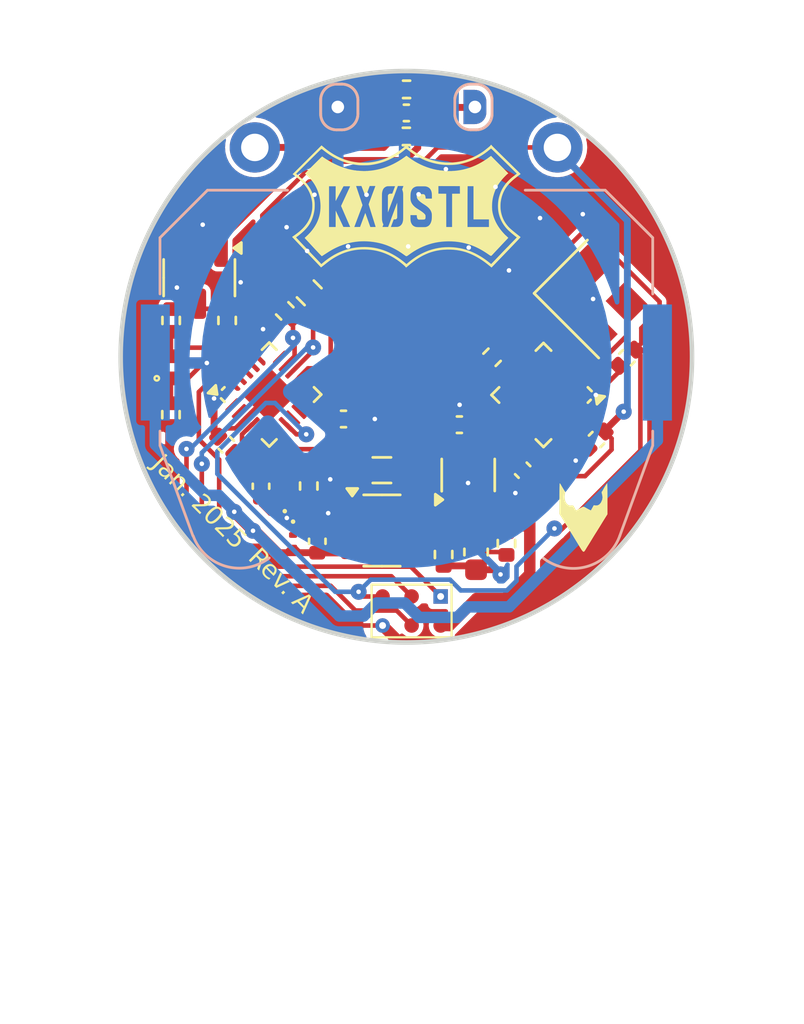
<source format=kicad_pcb>
(kicad_pcb (version 20240108) (generator "pcbnew") (generator_version "8.0")
  (layers (0 "F.Cu" signal) (31 "B.Cu" signal) (34 "B.Paste" user) (35 "F.Paste" user) (36 "B.SilkS" user "B.Silkscreen") (37 "F.SilkS" user "F.Silkscreen") (38 "B.Mask" user) (39 "F.Mask" user) (44 "Edge.Cuts" user))
  (net 0 "")
  (net 1 "Net-(BT1-+)")
  (net 2 "GND")
  (net 3 "Net-(BZ1-+)")
  (net 4 "+3V3")
  (net 5 "/~{TX_EN}")
  (net 6 "Net-(D1-K)")
  (net 7 "/MCU_UPDI")
  (net 8 "/MCU_SDA")
  (net 9 "/MCU_SCL")
  (net 10 "/MCU_DAC0")
  (net 11 "Net-(Q1-D)")
  (net 12 "Net-(Q1-G)")
  (net 13 "Net-(U2-XA)")
  (net 14 "Net-(U2-XB)")
  (net 15 "Net-(D3-K)")
  (net 18 "Net-(C6-Pad1)")
  (net 19 "/BUZZER_PULSE")
  (net 20 "Net-(U5-SW)")
  (net 21 "Net-(U5-V_{FB})")
  (net 22 "/OUTPUT_PWR_EN")
  (net 28 "/+3V3_SW")
  (net 29 "/CLK1")
  (net 30 "/CLK1_T")
  (footprint "Library:Worthington_C_0402_1005Metric" (layer "F.Cu") (at 85.27 103.96 45)
    (property "Reference" "C7" (hide yes))
    (property "Value" "100nF")
  )
  (footprint "Library:Worthington_C_0402_1005Metric" (layer "F.Cu") (at 69.259999 109.5825 -90)
    (property "Reference" "C5" (hide yes))
    (property "Value" "10uF")
  )
  (footprint "Library:Worthington_LED_0402_1005Metric" (layer "F.Cu") (at 65.32 104.38 90)
    (property "Reference" "D1" (hide yes))
    (property "Value" "RED")
  )
  (footprint "Library:Case_CR2032" (layer "F.Cu") (at 75.62 103.916925)
    (property "Reference" "U4" (hide yes))
    (property "Value" "Case" (hide yes))
  )
  (footprint "Library:Worthington_C_0402_1005Metric" (layer "F.Cu") (at 77.94 106.89 180)
    (property "Reference" "C2" (hide yes))
    (property "Value" "100nF")
  )
  (footprint "Diode_SMD:D_0201_0603Metric" (layer "F.Cu") (at 70.662498 111.989996 -90)
    (property "Reference" "D2" (hide yes))
    (property "Value" "ESD156B1W")
  )
  (footprint "Library:2x3_1.27mm_Pogo_Header" (layer "F.Cu") (at 75.85 115.04 -90)
    (property "Reference" "J2" (hide yes))
    (property "Value" "1.27mm Pogo Pads For Programming & Debug")
  )
  (footprint "Library:Worthington_C_0402_1005Metric" (layer "F.Cu") (at 72.87 106.64 180)
    (property "Reference" "C8" (hide yes))
    (property "Value" "100nF")
  )
  (footprint "Library:Worthington_R_0402_1005Metric" (layer "F.Cu") (at 77.25 112.57 -90)
    (property "Reference" "R10" (hide yes))
    (property "Value" "18k")
  )
  (footprint "Capacitor_SMD:C_0603_1608Metric" (layer "F.Cu") (at 78.67 112.46 -90)
    (property "Reference" "C10" (hide yes))
    (property "Value" "22uF")
  )
  (footprint "Library:Logo_10mm_inv" (layer "F.Cu") (at 75.62 97.33)
    (property "Reference" "G***" (hide yes))
    (property "Value" "LOGO" (hide yes))
  )
  (footprint "Inductor_THT:L_Axial_L12.0mm_D5.0mm_P15.24mm_Horizontal_Fastron_MISC" (layer "F.Cu") (at 67.99 95.76)
    (property "Reference" "L1" (hide yes))
    (property "Value" "100mH" (hide yes))
  )
  (footprint "Package_DFN_QFN:VQFN-20-1EP_3x3mm_P0.4mm_EP1.7x1.7mm" (layer "F.Cu") (at 69.62 105.57 45)
    (property "Reference" "U3" (hide yes))
    (property "Value" "ATtiny416-M")
  )
  (footprint "Inductor_SMD:L_0805_2012Metric" (layer "F.Cu") (at 74.55 108.88 180)
    (property "Reference" "L2" (hide yes))
    (property "Value" "4.7uH")
  )
  (footprint "Library:Worthington_C_0402_1005Metric" (layer "F.Cu") (at 80.71 108.88 -45)
    (property "Reference" "C3" (hide yes))
    (property "Value" "10uF")
  )
  (footprint "Library:Worthington_R_0402_1005Metric" (layer "F.Cu") (at 65.3275 102.33 90)
    (property "Reference" "R6" (hide yes))
    (property "Value" "10")
  )
  (footprint "Library:RF_Solder_Pad" (layer "F.Cu") (at 75.62 103.916925)
    (property "Reference" "J1" (hide yes))
    (property "Value" "Antenna Screw Pad")
  )
  (footprint "Library:Worthington_R_0402_1005Metric" (layer "F.Cu") (at 65.32 106.45 -90)
    (property "Reference" "R8" (hide yes))
    (property "Value" "220")
  )
  (footprint "Library:Worthington_LED_0402_1005Metric" (layer "F.Cu") (at 70.3 109.5825 90)
    (property "Reference" "D3" (hide yes))
    (property "Value" "RED")
  )
  (footprint "Package_TO_SOT_SMD:SOT-363_SC-70-6" (layer "F.Cu") (at 78.3275 109.09 90)
    (property "Reference" "U1" (hide yes))
    (property "Value" "TPS22919DCK")
  )
  (footprint "Library:Worthington_R_0402_1005Metric" (layer "F.Cu") (at 80.000001 112.09 -90)
    (property "Reference" "R9" (hide yes))
    (property "Value" "100k")
  )
  (footprint "Library:Worthington_C_0402_1005Metric" (layer "F.Cu") (at 67.74 107.77 135)
    (property "Reference" "C4" (hide yes))
    (property "Value" "100nF")
  )
  (footprint "Library:Crystal_SMD_Kyocera_CX3225SB-4Pin_3.2x2.5mm" (layer "F.Cu") (at 83.79 101.39 -45)
    (property "Reference" "Y1" (hide yes))
    (property "Value" "25MHz")
  )
  (footprint "Library:Worthington_C_0402_1005Metric" (layer "F.Cu") (at 83.94 107.54 -135)
    (property "Reference" "C1" (hide yes))
    (property "Value" "100nF")
  )
  (footprint "Library:Worthington_R_0402_1005Metric" (layer "F.Cu") (at 67.7775 102.33 -90)
    (property "Reference" "R7" (hide yes))
    (property "Value" "1M")
  )
  (footprint "Library:Worthington_R_0402_1005Metric" (layer "F.Cu") (at 75.629999 92.22 180)
    (property "Reference" "R1" (hide yes))
    (property "Value" "10k")
  )
  (footprint "Package_TO_SOT_SMD:SOT-23-3" (layer "F.Cu") (at 66.56 100.46 -90)
    (property "Reference" "Q1" (hide yes))
    (property "Value" "MMUN2238LT1G")
  )
  (footprint "Package_DFN_QFN:QFN-16-1EP_3x3mm_P0.5mm_EP1.45x1.45mm" (layer "F.Cu") (at 81.62 105.59 -135)
    (property "Reference" "U2" (hide yes))
    (property "Value" "Si5351B-B-GM1")
  )
  (footprint "Library:Worthington_R_0402_1005Metric" (layer "F.Cu") (at 71.350001 109.5725 90)
    (property "Reference" "R11" (hide yes))
    (property "Value" "100")
  )
  (footprint "Package_TO_SOT_SMD:SOT-23-6" (layer "F.Cu") (at 74.5525 111.52)
    (property "Reference" "U5" (hide yes))
    (property "Value" "TLV61070ADBV")
  )
  (footprint "Resistor_SMD:R_0603_1608Metric" (layer "F.Cu") (at 71.37 101.12 -45)
    (property "Reference" "R3" (hide yes))
    (property "Value" "1k8")
  )
  (footprint "Library:Worthington_R_0402_1005Metric" (layer "F.Cu") (at 79.37 103.94 -135)
    (property "Reference" "R4" (hide yes))
    (property "Value" "0R")
  )
  (footprint "Library:Worthington_C_0402_1005Metric" (layer "F.Cu") (at 71.7225 111.989997 90)
    (property "Reference" "C9" (hide yes))
    (property "Value" "10uF")
  )
  (footprint "Library:Worthington_R_0402_1005Metric" (layer "F.Cu") (at 75.62 94.28 180)
    (property "Reference" "R5" (hide yes))
    (property "Value" "10")
  )
  (footprint "Library:IPL_Logo_3mm" (layer "F.Cu") (at 83.36 110.95)
    (property "Reference" "G***" (hide yes))
    (property "Value" "LOGO" (hide yes))
  )
  (footprint "Resistor_SMD:R_0402_1005Metric" (layer "F.Cu") (at 70.3 101.91 -45)
    (property "Reference" "R2" (hide yes))
    (property "Value" "1k8")
  )
  (footprint "Library:Worthington_C_0402_1005Metric" (layer "F.Cu") (at 75.62 93.25)
    (property "Reference" "C6" (hide yes))
    (property "Value" "100nF")
  )
  (footprint "Library:Buzzer_Pad_NEG" (layer "B.Cu") (at 72.62 92.99)
    (property "Reference" "BZ2-1" (hide yes))
    (property "Value" "7BB-20-3" (hide yes))
  )
  (footprint "Library:Buzzer_Pad_POS" (layer "B.Cu") (at 78.62 92.99 180)
    (property "Reference" "BZ1" (hide yes))
    (property "Value" "7BB-20-3" (hide yes))
  )
  (footprint "Library:BatteryHolder_Keystone_3034_1x20mm_CUTOUT" (layer "B.Cu") (at 75.62 104.17 180)
    (property "Reference" "BT1" (hide yes))
    (property "Value" "CR2032")
  )
  (gr_circle (center 75.62 103.916925) (end 63.12 103.916925) (stroke (width 0.2)) (fill none) (layer "Edge.Cuts"))
  (gr_text "Rev. A" (at 70.11 113.74 -45) (layer "F.SilkS") (effects (font (size 0.8 0.8))))
  (gr_text "Jan. 2025" (at 66.54 110.29 -45) (layer "F.SilkS") (effects (font (size 0.8 0.8))))
  (segment (start 70.98 112.489997) (end 71.7225 112.489997) (width 0.3) (layer "F.Cu") (net 1))
  (segment (start 70.34 112.489997) (end 70.98 112.489997) (width 0.3) (layer "F.Cu") (net 1))
  (segment (start 70.079997 112.489997) (end 70.34 112.489997) (width 0.3) (layer "F.Cu") (net 1))
  (segment (start 68.91 111.52) (end 68.09 110.7) (width 0.5) (layer "F.Cu") (net 1))
  (segment (start 70.662498 112.264996) (end 70.754999 112.264996) (width 0.2) (layer "F.Cu") (net 1))
  (segment (start 73.384998 112.499992) (end 73.414996 112.469993) (width 0.3) (layer "F.Cu") (net 1))
  (segment (start 69.12 111.53) (end 70.079997 112.489997) (width 0.3) (layer "F.Cu") (net 1))
  (segment (start 68.91 111.53) (end 69.12 111.53) (width 0.3) (layer "F.Cu") (net 1))
  (segment (start 68.91 111.53) (end 68.91 111.52) (width 0.5) (layer "F.Cu") (net 1))
  (segment (start 70.662498 112.264996) (end 70.565001 112.264996) (width 0.2) (layer "F.Cu") (net 1))
  (segment (start 73.414996 112.469993) (end 74.262499 112.470001) (width 0.3) (layer "F.Cu") (net 1))
  (segment (start 74.542503 110.829995) (end 74.802496 110.569993) (width 0.3) (layer "F.Cu") (net 1))
  (segment (start 74.542495 112.19) (end 74.542503 110.829995) (width 0.3) (layer "F.Cu") (net 1))
  (segment (start 75.615001 108.709989) (end 75.690004 108.784994) (width 0.3) (layer "F.Cu") (net 1))
  (segment (start 71.722498 112.499994) (end 73.384998 112.499992) (width 0.3) (layer "F.Cu") (net 1))
  (segment (start 74.802496 110.569993) (end 75.69 110.569994) (width 0.3) (layer "F.Cu") (net 1))
  (segment (start 74.262499 112.470001) (end 74.542495 112.19) (width 0.3) (layer "F.Cu") (net 1))
  (segment (start 70.565001 112.264996) (end 70.34 112.489997) (width 0.2) (layer "F.Cu") (net 1))
  (segment (start 75.690004 108.784994) (end 75.69 110.569994) (width 0.3) (layer "F.Cu") (net 1))
  (segment (start 70.754999 112.264996) (end 70.98 112.489997) (width 0.2) (layer "F.Cu") (net 1))
  (via (at 68.91 111.53) (size 0.7) (drill 0.2) (layers "F.Cu" "B.Cu") (net 1))
  (via (at 68.09 110.7) (size 0.7) (drill 0.2) (layers "F.Cu" "B.Cu") (net 1))
  (segment (start 76.18 115.32) (end 77.85 115.32) (width 0.5) (layer "B.Cu") (net 1))
  (segment (start 74.32 114.69) (end 75.55 114.69) (width 0.5) (layer "B.Cu") (net 1))
  (segment (start 64.635 107.755) (end 66.86 109.98) (width 0.5) (layer "B.Cu") (net 1))
  (segment (start 66.86 109.98) (end 67.41 109.98) (width 0.5) (layer "B.Cu") (net 1))
  (segment (start 83.04 111.93) (end 83.04 111.14) (width 0.5) (layer "B.Cu") (net 1))
  (segment (start 64.635 104.166925) (end 64.635 107.755) (width 0.5) (layer "B.Cu") (net 1))
  (segment (start 86.605 107.575) (end 86.605 104.166925) (width 0.5) (layer "B.Cu") (net 1))
  (segment (start 73.75 115.26) (end 74.32 114.69) (width 0.5) (layer "B.Cu") (net 1))
  (segment (start 80.11 114.86) (end 83.04 111.93) (width 0.5) (layer "B.Cu") (net 1))
  (segment (start 78.31 114.86) (end 80.11 114.86) (width 0.5) (layer "B.Cu") (net 1))
  (segment (start 83.04 111.14) (end 86.605 107.575) (width 0.5) (layer "B.Cu") (net 1))
  (segment (start 67.41 109.98) (end 72.69 115.26) (width 0.5) (layer "B.Cu") (net 1))
  (segment (start 77.85 115.32) (end 78.31 114.86) (width 0.5) (layer "B.Cu") (net 1))
  (segment (start 75.55 114.69) (end 76.18 115.32) (width 0.5) (layer "B.Cu") (net 1))
  (segment (start 72.69 115.26) (end 73.75 115.26) (width 0.5) (layer "B.Cu") (net 1))
  (segment (start 72.65 93.02) (end 72.62 92.99) (width 0.3) (layer "F.Cu") (net 2))
  (segment (start 70.662499 111.489996) (end 70.8425 111.309995) (width 0.2) (layer "F.Cu") (net 2))
  (segment (start 84.916446 104.313552) (end 84.916446 104.583554) (width 0.2) (layer "F.Cu") (net 2))
  (segment (start 74.24 106.64) (end 74.239999 106.640001) (width 0.2) (layer "F.Cu") (net 2))
  (segment (start 66.86 100.59) (end 66.57 100.3) (width 0.2) (layer "F.Cu") (net 2))
  (segment (start 68.105 113.415) (end 66.175 111.485) (width 0.2) (layer "F.Cu") (net 2))
  (segment (start 77.44 106.53) (end 77.44 106.889998) (width 0.3) (layer "F.Cu") (net 2))
  (segment (start 66.88 100.59) (end 66.86 100.59) (width 0.2) (layer "F.Cu") (net 2))
  (segment (start 69.657501 110.777501) (end 70.24 110.777501) (width 0.2) (layer "F.Cu") (net 2))
  (segment (start 83.586446 107.202895) (end 83.586446 107.893552) (width 0.2) (layer "F.Cu") (net 2))
  (segment (start 65.320001 108.87) (end 65.320001 106.947499) (width 0.2) (layer "F.Cu") (net 2))
  (segment (start 68.594696 106.595304) (end 68.14 107.05) (width 0.2) (layer "F.Cu") (net 2))
  (segment (start 80.417107 109.88) (end 80.39 109.88) (width 0.2) (layer "F.Cu") (net 2))
  (segment (start 70.662499 111.57) (end 70.662499 111.489996) (width 0.2) (layer "F.Cu") (net 2))
  (segment (start 68.575 113.415) (end 68.105 113.415) (width 0.2) (layer "F.Cu") (net 2))
  (segment (start 74.579996 115.675) (end 73.455 115.675) (width 0.2) (layer "F.Cu") (net 2))
  (segment (start 74.43 92.22) (end 75.119998 92.22) (width 0.3) (layer "F.Cu") (net 2))
  (segment (start 66.74 104.19) (end 66.07 104.86) (width 0.2) (layer "F.Cu") (net 2))
  (segment (start 70.662499 111.714994) (end 70.662499 111.57) (width 0.2) (layer "F.Cu") (net 2))
  (segment (start 72.12 114.34) (end 69.5 114.34) (width 0.2) (layer "F.Cu") (net 2))
  (segment (start 66.36 100.33) (end 66.62 100.59) (width 0.2) (layer "F.Cu") (net 2))
  (segment (start 67.752893 107.05) (end 67.386447 107.416446) (width 0.2) (layer "F.Cu") (net 2))
  (segment (start 67.20628 107.236279) (end 67.20628 105.741882) (width 0.3) (layer "F.Cu") (net 2))
  (segment (start 78.5025 113.0675) (end 78.67 113.235) (width 0.3) (layer "F.Cu") (net 2))
  (segment (start 83.79 100.081854) (end 83.79 101.39) (width 0.2) (layer "F.Cu") (net 2))
  (segment (start 75.119998 92.22) (end 75.12 92.219998) (width 0.3) (layer "F.Cu") (net 2))
  (segment (start 67.09 100.59) (end 66.71 100.21) (width 0.2) (layer "F.Cu") (net 2))
  (segment (start 81.973551 105.59) (end 82.813243 106.429692) (width 0.2) (layer "F.Cu") (net 2))
  (segment (start 70.8425 111.309995) (end 71.762499 111.309995) (width 0.2) (layer "F.Cu") (net 2))
  (segment (start 70.662499 111.442499) (end 70.662499 111.57) (width 0.2) (layer "F.Cu") (net 2))
  (segment (start 83.949099 102.857245) (end 83.79 102.698146) (width 0.2) (layer "F.Cu") (net 2))
  (segment (start 82.813243 106.429692) (end 83.586446 107.202895) (width 0.2) (layer "F.Cu") (net 2))
  (segment (start 65.61 99.3225) (end 65.6925 99.3225) (width 0.3) (layer "F.Cu") (net 2))
  (segment (start 66.175 111.485) (end 66.175 111.125) (width 0.2) (layer "F.Cu") (net 2))
  (segment (start 71.7225 111.2375) (end 72.2 110.76) (width 0.2) (layer "F.Cu") (net 2))
  (segment (start 70.39 110.97) (end 70.39 111.17) (width 0.2) (layer "F.Cu") (net 2))
  (segment (start 79.74 113.44) (end 79.535 113.235) (width 0.3) (layer "F.Cu") (net 2))
  (segment (start 70.57 111.35) (end 70.662499 111.442499) (width 0.2) (layer "F.Cu") (net 2))
  (segment (start 69.5 114.34) (end 68.575 113.415) (width 0.2) (layer "F.Cu") (net 2))
  (segment (start 83.630901 99.922755) (end 83.79 100.081854) (width 0.2) (layer "F.Cu") (net 2))
  (segment (start 73.63 93.02) (end 74.43 92.22) (width 0.3) (layer "F.Cu") (net 2))
  (segment (start 65.792501 106.947499) (end 65.320001 106.947499) (width 0.2) (layer "F.Cu") (net 2))
  (segment (start 67.386447 107.416446) (end 67.20628 107.236279) (width 0.3) (layer "F.Cu") (net 2))
  (segment (start 84.916446 104.583554) (end 83.91 105.59) (width 0.2) (layer "F.Cu") (net 2))
  (segment (start 66.62 100.59) (end 66.88 100.59) (width 0.2) (layer "F.Cu") (net 2))
  (segment (start 71.7225 111.489997) (end 71.7225 111.2375) (width 0.2) (layer "F.Cu") (net 2))
  (segment (start 71.7225 111.479994) (end 73.375003 111.479994) (width 0.3) (layer "F.Cu") (net 2))
  (segment (start 69.260001 110.0825) (end 69.260001 110.380001) (width 0.2) (layer "F.Cu") (net 2))
  (segment (start 70.39 111.17) (end 70.57 111.35) (width 0.2) (layer "F.Cu") (net 2))
  (segment (start 65.320001 110.270001) (end 65.320001 108.87) (width 0.2) (layer "F.Cu") (net 2))
  (segment (start 79.535 113.235) (end 78.67 113.235) (width 0.3) (layer "F.Cu") (net 2))
  (segment (start 73.375003 111.479994) (end 73.415001 111.519996) (width 0.3) (layer "F.Cu") (net 2))
  (segment (start 65.3 108.87) (end 65.18 108.75) (width 0.2) (layer "F.Cu") (net 2))
  (segment (start 64.73837 107.87) (end 65.26163 107.87) (width 0.2) (layer "F.Cu") (net 2))
  (segment (start 66.175 111.125) (end 65.320001 110.270001) (width 0.2) (layer "F.Cu") (net 2))
  (segment (start 65.320001 108.87) (end 65.3 108.87) (width 0.2) (layer "F.Cu") (net 2))
  (segment (start 83.79 102.698146) (end 83.79 101.39) (width 0.2) (layer "F.Cu") (net 2))
  (segment (start 70.57 111.35) (end 70.802495 111.35) (width 0.2) (layer "F.Cu") (net 2))
  (segment (start 74.239999 106.640001) (end 73.37 106.640001) (width 0.2) (layer "F.Cu") (net 2))
  (segment (start 81.62 105.59) (end 81.973551 105.59) (width 0.2) (layer "F.Cu") (net 2))
  (segment (start 65.18 108.75) (end 65.18 107.91) (width 0.2) (layer "F.Cu") (net 2))
  (segment (start 67.89 100.59) (end 67.09 100.59) (width 0.2) (layer "F.Cu") (net 2))
  (segment (start 81.063553 109.233554) (end 81.073554 109.233554) (width 0.2) (layer "F.Cu") (net 2))
  (segment (start 83.586446 107.893552) (end 83.586446 107.903554) (width 0.2) (layer "F.Cu") (net 2))
  (segment (start 66.89 104.19) (end 66.74 104.19) (width 0.2) (layer "F.Cu") (net 2))
  (segment (start 77.95 106.02) (end 77.44 106.53) (width 0.3) (layer "F.Cu") (net 2))
  (segment (start 70.802495 111.35) (end 70.8425 111.309995) (width 0.2) (layer "F.Cu") (net 2))
  (segment (start 69.260001 110.380001) (end 69.657501 110.777501) (width 0.2) (layer "F.Cu") (net 2))
  (segment (start 73.455 115.675) (end 72.12 114.34) (width 0.2) (layer "F.Cu") (net 2))
  (segment (start 68.594696 106.595304) (end 69.62 105.57) (width 0.2) (layer "F.Cu") (net 2))
  (segment (start 66.88 100.59) (end 67.09 100.59) (width 0.2) (layer "F.Cu") (net 2))
  (segment (start 77.249999 113.0675) (end 78.5025 113.0675) (width 0.3) (layer "F.Cu") (net 2))
  (segment (start 66.07 104.86) (end 66.07 106.67) (width 0.2) (layer "F.Cu") (net 2))
  (segment (start 68.14 107.05) (end 67.752893 107.05) (width 0.2) (layer "F.Cu") (net 2))
  (segment (start 67.93 100.55) (end 67.89 100.59) (width 0.2) (layer "F.Cu") (net 2))
  (segment (start 78.32 109.44) (end 78.3275 109.4475) (width 0.3) (layer "F.Cu") (net 2))
  (segment (start 71.350002 109.075001) (end 72.1925 109.075001) (width 0.2) (layer "F.Cu") (net 2))
  (segment (start 83.586446 107.903554) (end 83.03 108.46) (width 0.2) (layer "F.Cu") (net 2))
  (segment (start 81.063553 109.233554) (end 80.417107 109.88) (width 0.2) (layer "F.Cu") (net 2))
  (segment (start 66.07 106.67) (end 65.792501 106.947499) (width 0.2) (layer "F.Cu") (net 2))
  (segment (start 73.63 93.02) (end 72.65 93.02) (width 0.3) (layer "F.Cu") (net 2))
  (segment (start 78.3275 109.4475) (end 78.3275 110.04) (width 0.3) (layer "F.Cu") (net 2))
  (via (at 72.2 110.76) (size 0.7) (drill 0.2) (layers "F.Cu" "B.Cu") (net 2))
  (via (at 81.468862 97.850794) (size 0.7) (drill 0.2) (layers "F.Cu" "B.Cu") (net 2))
  (via (at 66.89 104.19) (size 0.7) (drill 0.2) (layers "F.Cu" "B.Cu") (net 2))
  (via (at 78.35 99.14) (size 0.7) (drill 0.2) (layers "F.Cu" "B.Cu") (net 2))
  (via (at 83.79 101.39) (size 0.7) (drill 0.2) (layers "F.Cu" "B.Cu") (net 2))
  (via (at 77.35 95.71) (size 0.7) (drill 0.2) (layers "F.Cu" "B.Cu") (net 2))
  (via (at 71.6 96.83) (size 0.7) (drill 0.2) (layers "F.Cu" "B.Cu") (net 2))
  (via (at 80.11 100.14) (size 0.7) (drill 0.2) (layers "F.Cu" "B.Cu") (net 2))
  (via (at 74.24 106.64) (size 0.7) (drill 0.2) (layers "F.Cu" "B.Cu") (net 2))
  (via (at 70.39 110.97) (size 0.7) (drill 0.2) (layers "F.Cu" "B.Cu") (net 2))
  (via (at 83.03 108.46) (size 0.7) (drill 0.2) (layers "F.Cu" "B.Cu") (net 2))
  (via (at 67.20628 105.741882) (size 0.7) (drill 0.2) (layers "F.Cu" "B.Cu") (net 2))
  (via (at 78.32 109.44) (size 0.7) (drill 0.2) (layers "F.Cu" "B.Cu") (net 2))
  (via (at 65.58 100.89) (size 0.7) (drill 0.2) (layers "F.Cu" "B.Cu") (net 2))
  (via (at 75.7 99.09) (size 0.7) (drill 0.2) (layers "F.Cu" "B.Cu") (net 2))
  (via (at 80.39 109.88) (size 0.7) (drill 0.2) (layers "F.Cu" "B.Cu") (net 2))
  (via (at 77.95 106.02) (size 0.7) (drill 0.2) (layers "F.Cu" "B.Cu") (net 2))
  (via (at 69.35 102.71) (size 0.7) (drill 0.2) (layers "F.Cu" "B.Cu") (net 2))
  (via (at 66.71 98.14) (size 0.7) (drill 0.2) (layers "F.Cu" "B.Cu") (net 2))
  (via (at 83.91 105.59) (size 0.7) (drill 0.2) (layers "F.Cu" "B.Cu") (net 2))
  (via (at 73.07 99.09) (size 0.7) (drill 0.2) (layers "F.Cu" "B.Cu") (net 2))
  (via (at 70.38 98.25) (size 0.7) (drill 0.2) (layers "F.Cu" "B.Cu") (net 2))
  (via (at 72.29 109.28) (size 0.7) (drill 0.2) (layers "F.Cu" "B.Cu") (net 2))
  (via (at 83.34 97.68) (size 0.7) (drill 0.2) (layers "F.Cu" "B.Cu") (net 2))
  (via (at 71.28 99.29) (size 0.7) (drill 0.2) (layers "F.Cu" "B.Cu") (net 2))
  (via (at 79.519999 96.48468) (size 0.7) (drill 0.2) (layers "F.Cu" "B.Cu") (net 2))
  (via (at 79.74 113.44) (size 0.7) (drill 0.2) (layers "F.Cu" "B.Cu") (net 2))
  (via (at 76.156898 96.810894) (size 0.7) (drill 0.2) (layers "F.Cu" "B.Cu") (net 2))
  (via (at 73.878449 96.83) (size 0.7) (drill 0.2) (layers "F.Cu" "B.Cu") (net 2))
  (via (at 68.37 100.66) (size 0.7) (drill 0.2) (layers "F.Cu" "B.Cu") (net 2))
  (segment (start 72.62 101.166925) (end 75.62 104.166925) (width 0.5) (layer "B.Cu") (net 2))
  (segment (start 79.74 113.37) (end 77.27 110.9) (width 0.3) (layer "B.Cu") (net 2))
  (segment (start 75.635 104.175) (end 75.635 109.265) (width 0.2) (layer "B.Cu") (net 2))
  (segment (start 72.62 92.99) (end 72.62 101.166925) (width 0.5) (layer "B.Cu") (net 2))
  (segment (start 79.74 113.44) (end 79.74 113.37) (width 0.3) (layer "B.Cu") (net 2))
  (segment (start 75.635 109.265) (end 78.195 111.825) (width 0.2) (layer "B.Cu") (net 2))
  (segment (start 77.6 93.01) (end 77.359998 93.250002) (width 0.3) (layer "F.Cu") (net 3))
  (segment (start 76.139998 93.240003) (end 76.129999 93.250002) (width 0.3) (layer "F.Cu") (net 3))
  (segment (start 77.359998 93.250002) (end 76.129999 93.250002) (width 0.3) (layer "F.Cu") (net 3))
  (segment (start 76.139998 92.220002) (end 76.139998 93.240003) (width 0.3) (layer "F.Cu") (net 3))
  (segment (start 77.6 93.01) (end 78.6 93.01) (width 0.3) (layer "F.Cu") (net 3))
  (segment (start 78.6 93.01) (end 78.62 92.99) (width 0.3) (layer "F.Cu") (net 3))
  (segment (start 81.020001 113.429999) (end 81.020001 111.45) (width 0.5) (layer "F.Cu") (net 4))
  (segment (start 76.48 108.06) (end 76.48 109.45) (width 0.3) (layer "F.Cu") (net 4))
  (segment (start 78.67 111.635) (end 78.67 110.88) (width 0.3) (layer "F.Cu") (net 4))
  (segment (start 68.43 107.31154) (end 68.870466 106.871074) (width 0.2) (layer "F.Cu") (net 4))
  (segment (start 77.07 110.04) (end 77.6775 110.04) (width 0.3) (layer "F.Cu") (net 4))
  (segment (start 77.4525 110.8725) (end 77.46 110.88) (width 0.3) (layer "F.Cu") (net 4))
  (segment (start 68.877538 106.878147) (end 68.877538 106.882462) (width 0.2) (layer "F.Cu") (net 4))
  (segment (start 77.6775 110.8725) (end 77.67 110.88) (width 0.3) (layer "F.Cu") (net 4))
  (segment (start 77.6775 110.04) (end 77.6775 110.8725) (width 0.3) (layer "F.Cu") (net 4))
  (segment (start 79.954997 114.495003) (end 81.020001 113.429999) (width 0.5) (layer "F.Cu") (net 4))
  (segment (start 68.999999 108.123555) (end 69 108.123554) (width 0.2) (layer "F.Cu") (net 4))
  (segment (start 80.710001 110.88) (end 81.020001 111.19) (width 0.5) (layer "F.Cu") (net 4))
  (segment (start 76.93 110.88) (end 77.46 110.88) (width 0.5) (layer "F.Cu") (net 4))
  (segment (start 70.3 109.33) (end 70.3 108.43) (width 0.2) (layer "F.Cu") (net 4))
  (segment (start 69.259997 109.324999) (end 69.259997 108.476449) (width 0.2) (layer "F.Cu") (net 4))
  (segment (start 76.29 111.52) (end 76.93 110.88) (width 0.5) (layer "F.Cu") (net 4))
  (segment (start 78.684997 114.495003) (end 79.954997 114.495003) (width 0.5) (layer "F.Cu") (net 4))
  (segment (start 76.28 107.86) (end 76.48 108.06) (width 0.3) (layer "F.Cu") (net 4))
  (segment (start 68.093553 108.123554) (end 69 108.123554) (width 0.3) (layer "F.Cu") (net 4))
  (segment (start 69.306446 108.43) (end 69.326446 108.41) (width 0.3) (layer "F.Cu") (net 4))
  (segment (start 78.67 110.88) (end 80.08 110.88) (width 0.5) (layer "F.Cu") (net 4))
  (segment (start 70.19 108.41) (end 72.02 108.41) (width 0.3) (layer "F.Cu") (net 4))
  (segment (start 69.259997 108.476449) (end 69.306446 108.43) (width 0.2) (layer "F.Cu") (net 4))
  (segment (start 72.02 108.41) (end 72.57 107.86) (width 0.3) (layer "F.Cu") (net 4))
  (segment (start 69.326446 108.41) (end 70.15 108.41) (width 0.3) (layer "F.Cu") (net 4))
  (segment (start 78.545 111.510004) (end 78.670003 111.635001) (width 0.5) (layer "F.Cu") (net 4))
  (segment (start 80.000002 111.44) (end 81.010001 111.44) (width 0.25) (layer "F.Cu") (net 4))
  (segment (start 76.48 109.45) (end 77.07 110.04) (width 0.3) (layer "F.Cu") (net 4))
  (segment (start 80.000002 110.959998) (end 80.08 110.88) (width 0.3) (layer "F.Cu") (net 4))
  (segment (start 81.010001 111.44) (end 81.020001 111.45) (width 0.25) (layer "F.Cu") (net 4))
  (segment (start 72.57 107.86) (end 76.28 107.86) (width 0.3) (layer "F.Cu") (net 4))
  (segment (start 77.119999 115.675001) (end 77.504999 115.675001) (width 0.5) (layer "F.Cu") (net 4))
  (segment (start 80.000002 111.44) (end 80.000002 110.959998) (width 0.3) (layer "F.Cu") (net 4))
  (segment (start 68.093553 108.123554) (end 68.43 107.787107) (width 0.2) (layer "F.Cu") (net 4))
  (segment (start 81.020001 111.45) (end 81.020001 111.19) (width 0.5) (layer "F.Cu") (net 4))
  (segment (start 80.08 110.88) (end 80.710001 110.88) (width 0.5) (layer "F.Cu") (net 4))
  (segment (start 75.69 111.52) (end 76.29 111.52) (width 0.5) (layer "F.Cu") (net 4))
  (segment (start 77.504999 115.675001) (end 78.684997 114.495003) (width 0.5) (layer "F.Cu") (net 4))
  (segment (start 77.46 110.88) (end 77.67 110.88) (width 0.5) (layer "F.Cu") (net 4))
  (segment (start 70.18 108.44) (end 70.17 108.43) (width 0.2) (layer "F.Cu") (net 4))
  (segment (start 69 108.123554) (end 69.306446 108.43) (width 0.3) (layer "F.Cu") (net 4))
  (segment (start 77.67 110.88) (end 78.67 110.88) (width 0.5) (layer "F.Cu") (net 4))
  (segment (start 68.43 107.787107) (end 68.43 107.31154) (width 0.2) (layer "F.Cu") (net 4))
  (segment (start 72.37 105.226446) (end 72.116777 104.973223) (width 0.2) (layer "F.Cu") (net 5))
  (segment (start 71.31077 104.43077) (end 71.315094 104.426446) (width 0.2) (layer "F.Cu") (net 5))
  (segment (start 71.88 104.68) (end 71.851777 104.708223) (width 0.2) (layer "F.Cu") (net 5))
  (segment (start 77.91 100.58) (end 74.01 100.58) (width 0.2) (layer "F.Cu") (net 5))
  (segment (start 71.851777 104.708223) (end 72.116777 104.973223) (width 0.2) (layer "F.Cu") (net 5))
  (segment (start 80.78031 104.396758) (end 80.43 104.046448) (width 0.2) (layer "F.Cu") (net 5))
  (segment (start 72.31 102.28) (end 72.31 103.89) (width 0.2) (layer "F.Cu") (net 5))
  (segment (start 71.88 104.32) (end 71.76923 104.43077) (width 0.2) (layer "F.Cu") (net 5))
  (segment (start 80.43 104.046448) (end 80.43 103.1) (width 0.2) (layer "F.Cu") (net 5))
  (segment (start 80.43 103.1) (end 77.91 100.58) (width 0.2) (layer "F.Cu") (net 5))
  (segment (start 71.641777 104.498223) (end 71.851777 104.708223) (width 0.2) (layer "F.Cu") (net 5))
  (segment (start 71.57 104.426446) (end 71.641777 104.498223) (width 0.2) (layer "F.Cu") (net 5))
  (segment (start 72.31 103.89) (end 71.88 104.32) (width 0.2) (layer "F.Cu") (net 5))
  (segment (start 74.01 100.58) (end 72.31 102.28) (width 0.2) (layer "F.Cu") (net 5))
  (segment (start 72.37 106.639999) (end 72.37 105.226446) (width 0.2) (layer "F.Cu") (net 5))
  (segment (start 71.641777 104.498223) (end 71.572843 104.429289) (width 0.2) (layer "F.Cu") (net 5))
  (segment (start 71.31077 104.43077) (end 70.921075 104.820465) (width 0.2) (layer "F.Cu") (net 5))
  (segment (start 71.76923 104.43077) (end 71.31077 104.43077) (width 0.2) (layer "F.Cu") (net 5))
  (segment (start 71.88 104.32) (end 71.88 104.68) (width 0.2) (layer "F.Cu") (net 5))
  (segment (start 71.315094 104.426446) (end 71.57 104.426446) (width 0.2) (layer "F.Cu") (net 5))
  (segment (start 65.32 105.9525) (end 65.319999 105.952501) (width 0.2) (layer "F.Cu") (net 6))
  (segment (start 65.32 104.864998) (end 65.32 105.9525) (width 0.2) (layer "F.Cu") (net 6))
  (segment (start 69.12 112.19) (end 70.03 113.1) (width 0.2) (layer "F.Cu") (net 7))
  (segment (start 68.318926 104.820466) (end 67.84846 104.35) (width 0.2) (layer "F.Cu") (net 7))
  (segment (start 66.54 107.53) (end 67.43 108.42) (width 0.2) (layer "F.Cu") (net 7))
  (segment (start 67.84846 104.35) (end 67.65 104.35) (width 0.2) (layer "F.Cu") (net 7))
  (segment (start 68.63 112.19) (end 69.12 112.19) (width 0.2) (layer "F.Cu") (net 7))
  (segment (start 70.03 113.1) (end 75.814999 113.1) (width 0.2) (layer "F.Cu") (net 7))
  (segment (start 67.43 108.42) (end 67.43 110.99) (width 0.2) (layer "F.Cu") (net 7))
  (segment (start 67.65 104.35) (end 66.54 105.46) (width 0.2) (layer "F.Cu") (net 7))
  (segment (start 66.54 105.46) (end 66.54 107.53) (width 0.2) (layer "F.Cu") (net 7))
  (segment (start 67.43 110.99) (end 68.63 112.19) (width 0.2) (layer "F.Cu") (net 7))
  (segment (start 75.814999 113.1) (end 77.12 114.405001) (width 0.2) (layer "F.Cu") (net 7))
  (segment (start 73.486726 100.17) (end 78.1 100.17) (width 0.2) (layer "F.Cu") (net 8))
  (segment (start 68.92 112.59) (end 68.44 112.59) (width 0.2) (layer "F.Cu") (net 8))
  (segment (start 78.1 100.17) (end 80.86 102.93) (width 0.2) (layer "F.Cu") (net 8))
  (segment (start 71.54 103.51) (end 71.54 103.65) (width 0.2) (layer "F.Cu") (net 8))
  (segment (start 67.02 110.79) (end 66.67 110.44) (width 0.2) (layer "F.Cu") (net 8))
  (segment (start 80.86 103.769337) (end 81.133866 104.043203) (width 0.2) (layer "F.Cu") (net 8))
  (segment (start 71.54 103.65) (end 70.645304 104.544696) (width 0.2) (layer "F.Cu") (net 8))
  (segment (start 69.85 113.52) (end 68.92 112.59) (width 0.2) (layer "F.Cu") (net 8))
  (segment (start 71.54 103.51) (end 71.54 102.116726) (width 0.2) (layer "F.Cu") (net 8))
  (segment (start 71.54 102.116726) (end 73.486726 100.17) (width 0.2) (layer "F.Cu") (net 8))
  (segment (start 67.02 111.17) (end 67.02 110.79) (width 0.2) (layer "F.Cu") (net 8))
  (segment (start 75.849999 114.405) (end 74.964999 113.52) (width 0.2) (layer "F.Cu") (net 8))
  (segment (start 80.86 102.93) (end 80.86 103.769337) (width 0.2) (layer "F.Cu") (net 8))
  (segment (start 68.44 112.59) (end 67.02 111.17) (width 0.2) (layer "F.Cu") (net 8))
  (segment (start 66.67 110.44) (end 66.67 108.6) (width 0.2) (layer "F.Cu") (net 8))
  (segment (start 74.964999 113.52) (end 69.85 113.52) (width 0.2) (layer "F.Cu") (net 8))
  (via (at 66.67 108.6) (size 0.7) (drill 0.2) (layers "F.Cu" "B.Cu") (net 8))
  (via (at 71.54 103.51) (size 0.7) (drill 0.2) (layers "F.Cu" "B.Cu") (net 8))
  (segment (start 71.28 103.51) (end 66.67 108.12) (width 0.2) (layer "B.Cu") (net 8))
  (segment (start 71.54 103.51) (end 71.28 103.51) (width 0.2) (layer "B.Cu") (net 8))
  (segment (start 66.67 108.12) (end 66.67 108.6) (width 0.2) (layer "B.Cu") (net 8))
  (segment (start 70.73 103.24) (end 70.73 103.894315) (width 0.2) (layer "F.Cu") (net 9))
  (segment (start 66 107.95) (end 66 110.36) (width 0.2) (layer "F.Cu") (net 9))
  (segment (start 78.33 99.79) (end 82.34 103.8) (width 0.2) (layer "F.Cu") (net 9))
  (segment (start 73.39 115.02) (end 75.195002 115.02) (width 0.2) (layer "F.Cu") (net 9))
  (segment (start 72.72 99.79) (end 78.33 99.79) (width 0.2) (layer "F.Cu") (net 9))
  (segment (start 68.265686 113) (end 68.73 113) (width 0.2) (layer "F.Cu") (net 9))
  (segment (start 70.73 103.894315) (end 70.362462 104.261853) (width 0.2) (layer "F.Cu") (net 9))
  (segment (start 70.523363 101.986637) (end 72.72 99.79) (width 0.2) (layer "F.Cu") (net 9))
  (segment (start 70.66 103.09) (end 70.66 102.38) (width 0.2) (layer "F.Cu") (net 9))
  (segment (start 69.67 113.94) (end 72.31 113.94) (width 0.2) (layer "F.Cu") (net 9))
  (segment (start 70.66 103.09) (end 70.78 103.21) (width 0.2) (layer "F.Cu") (net 9))
  (segment (start 70.78 103.21) (end 70.83 103.21) (width 0.2) (layer "F.Cu") (net 9))
  (segment (start 66.6 111.334314) (end 68.265686 113) (width 0.2) (layer "F.Cu") (net 9))
  (segment (start 70.66 102.38) (end 70.523363 102.243363) (width 0.2) (layer "F.Cu") (net 9))
  (segment (start 70.523363 102.243363) (end 70.523363 101.986637) (width 0.2) (layer "F.Cu") (net 9))
  (segment (start 72.31 113.94) (end 73.39 115.02) (width 0.2) (layer "F.Cu") (net 9))
  (segment (start 75.850002 115.675) (end 75.850002 115.669998) (width 0.2) (layer "F.Cu") (net 9))
  (segment (start 75.195002 115.02) (end 75.850002 115.675) (width 0.2) (layer "F.Cu") (net 9))
  (segment (start 68.73 113) (end 69.67 113.94) (width 0.2) (layer "F.Cu") (net 9))
  (segment (start 70.66 103.09) (end 70.66 103.17) (width 0.2) (layer "F.Cu") (net 9))
  (segment (start 66.6 110.96) (end 66.6 111.334314) (width 0.2) (layer "F.Cu") (net 9))
  (segment (start 66 110.36) (end 66.6 110.96) (width 0.2) (layer "F.Cu") (net 9))
  (segment (start 70.66 103.17) (end 70.73 103.24) (width 0.2) (layer "F.Cu") (net 9))
  (via (at 70.66 103.09) (size 0.7) (drill 0.2) (layers "F.Cu" "B.Cu") (net 9))
  (via (at 66 107.95) (size 0.7) (drill 0.2) (layers "F.Cu" "B.Cu") (net 9))
  (segment (start 70.81 103.14) (end 70.81 103.3) (width 0.2) (layer "B.Cu") (net 9))
  (segment (start 66.16 107.95) (end 66 107.95) (width 0.2) (layer "B.Cu") (net 9))
  (segment (start 70.66 103.09) (end 70.76 103.09) (width 0.2) (layer "B.Cu") (net 9))
  (segment (start 70.81 103.3) (end 66.16 107.95) (width 0.2) (layer "B.Cu") (net 9))
  (segment (start 70.76 103.09) (end 70.81 103.14) (width 0.2) (layer "B.Cu") (net 9))
  (segment (start 70.80846 107.31) (end 70.369535 106.871075) (width 0.2) (layer "F.Cu") (net 10))
  (segment (start 82.24 111.64) (end 82.07 111.64) (width 0.2) (layer "F.Cu") (net 10))
  (segment (start 80.8 101.62) (end 82.92 103.74) (width 0.2) (layer "F.Cu") (net 10))
  (segment (start 82.92 103.936449) (end 82.459692 104.396757) (width 0.2) (layer "F.Cu") (net 10))
  (segment (start 83.62 98.43) (end 83.38 98.43) (width 0.2) (layer "F.Cu") (net 10))
  (segment (start 73.53 114.2) (end 73.735001 114.405001) (width 0.2) (layer "F.Cu") (net 10))
  (segment (start 82.1 111.43) (end 82.45 111.43) (width 0.2) (layer "F.Cu") (net 10))
  (segment (start 86.7 101.87) (end 86.7 101.51) (width 0.2) (layer "F.Cu") (net 10))
  (segment (start 82.565 111.315) (end 82.24 111.64) (width 0.2) (layer "F.Cu") (net 10))
  (segment (start 82.45 111.43) (end 82.565 111.315) (width 0.2) (layer "F.Cu") (net 10))
  (segment (start 85.623554 103.606448) (end 85.9 103.330002) (width 0.2) (layer "F.Cu") (net 10))
  (segment (start 85.9 102.67) (end 86.7 101.87) (width 0.2) (layer "F.Cu") (net 10))
  (segment (start 80.8 101.01) (end 80.8 101.62) (width 0.2) (layer "F.Cu") (net 10))
  (segment (start 86.7 101.51) (end 83.62 98.43) (width 0.2) (layer "F.Cu") (net 10))
  (segment (start 82.565 111.315) (end 85.86 108.02) (width 0.2) (layer "F.Cu") (net 10))
  (segment (start 85.9 103.330002) (end 85.9 102.67) (width 0.2) (layer "F.Cu") (net 10))
  (segment (start 83.38 98.43) (end 80.8 101.01) (width 0.2) (layer "F.Cu") (net 10))
  (segment (start 85.86 108.02) (end 85.86 103.842894) (width 0.2) (layer "F.Cu") (net 10))
  (segment (start 82.92 103.74) (end 82.92 103.936449) (width 0.2) (layer "F.Cu") (net 10))
  (segment (start 71.24 107.31) (end 70.80846 107.31) (width 0.2) (layer "F.Cu") (net 10))
  (segment (start 73.735001 114.405001) (end 74.579998 114.405001) (width 0.2) (layer "F.Cu") (net 10))
  (segment (start 85.86 103.842894) (end 85.623554 103.606448) (width 0.2) (layer "F.Cu") (net 10))
  (via (at 73.53 114.2) (size 0.7) (drill 0.2) (layers "F.Cu" "B.Cu") (net 10))
  (via (at 82.1 111.43) (size 0.7) (drill 0.2) (layers "F.Cu" "B.Cu") (net 10))
  (via (at 71.24 107.31) (size 0.7) (drill 0.2) (layers "F.Cu" "B.Cu") (net 10))
  (segment (start 82.1 111.43) (end 80.44 113.09) (width 0.2) (layer "B.Cu") (net 10))
  (segment (start 67.35 108.06) (end 69.47 105.94) (width 0.2) (layer "B.Cu") (net 10))
  (segment (start 67.35 109.038742) (end 67.35 108.06) (width 0.2) (layer "B.Cu") (net 10))
  (segment (start 69.47 105.94) (end 69.87 105.94) (width 0.2) (layer "B.Cu") (net 10))
  (segment (start 73.53 114.2) (end 72.511258 114.2) (width 0.2) (layer "B.Cu") (net 10))
  (segment (start 80.44 113.72) (end 80.02 114.14) (width 0.2) (layer "B.Cu") (net 10))
  (segment (start 78 114.14) (end 77.53 113.67) (width 0.2) (layer "B.Cu") (net 10))
  (segment (start 80.02 114.14) (end 78 114.14) (width 0.2) (layer "B.Cu") (net 10))
  (segment (start 80.44 113.09) (end 80.44 113.72) (width 0.2) (layer "B.Cu") (net 10))
  (segment (start 72.511258 114.2) (end 67.35 109.038742) (width 0.2) (layer "B.Cu") (net 10))
  (segment (start 69.87 105.94) (end 71.24 107.31) (width 0.2) (layer "B.Cu") (net 10))
  (segment (start 74.06 113.67) (end 73.53 114.2) (width 0.2) (layer "B.Cu") (net 10))
  (segment (start 77.53 113.67) (end 74.06 113.67) (width 0.2) (layer "B.Cu") (net 10))
  (segment (start 76.1175 94.7725) (end 76.1175 94.280001) (width 0.3) (layer "F.Cu") (net 11))
  (segment (start 67.51 98.78) (end 70.96 95.33) (width 0.3) (layer "F.Cu") (net 11))
  (segment (start 70.96 95.33) (end 75.56 95.33) (width 0.3) (layer "F.Cu") (net 11))
  (segment (start 75.56 95.33) (end 76.1175 94.7725) (width 0.3) (layer "F.Cu") (net 11))
  (segment (start 67.51 99.3225) (end 67.51 98.78) (width 0.3) (layer "F.Cu") (net 11))
  (segment (start 65.327501 101.82) (end 66.3375 101.82) (width 0.2) (layer "F.Cu") (net 12))
  (segment (start 66.3375 101.82) (end 66.56 101.5975) (width 0.2) (layer "F.Cu") (net 12))
  (segment (start 67.777499 101.82) (end 66.7825 101.82) (width 0.2) (layer "F.Cu") (net 12))
  (segment (start 66.7825 101.82) (end 66.56 101.5975) (width 0.2) (layer "F.Cu") (net 12))
  (segment (start 85.257245 103.002755) (end 85.257245 101.549099) (width 0.2) (layer "F.Cu") (net 13))
  (segment (start 83.166797 105.093203) (end 85.257245 103.002755) (width 0.2) (layer "F.Cu") (net 13))
  (segment (start 83.166797 105.103866) (end 83.166797 105.093203) (width 0.2) (layer "F.Cu") (net 13))
  (segment (start 83.61 103.953552) (end 82.813242 104.75031) (width 0.2) (layer "F.Cu") (net 14))
  (segment (start 82.322755 102.552755) (end 83.61 103.84) (width 0.2) (layer "F.Cu") (net 14))
  (segment (start 83.61 103.84) (end 83.61 103.953552) (width 0.2) (layer "F.Cu") (net 14))
  (segment (start 82.322755 101.230901) (end 82.322755 102.552755) (width 0.2) (layer "F.Cu") (net 14))
  (segment (start 71.35 110.069999) (end 70.182502 110.069999) (width 0.2) (layer "F.Cu") (net 15))
  (segment (start 75.11 94.279999) (end 75.11 93.249999) (width 0.3) (layer "F.Cu") (net 18))
  (segment (start 74.629999 94.76) (end 68.99 94.76) (width 0.3) (layer "F.Cu") (net 18))
  (segment (start 75.11 93.249999) (end 75.110001 93.249998) (width 0.3) (layer "F.Cu") (net 18))
  (segment (start 75.11 94.279999) (end 74.629999 94.76) (width 0.3) (layer "F.Cu") (net 18))
  (segment (start 65.32 102.834999) (end 65.327499 102.8275) (width 0.2) (layer "F.Cu") (net 19))
  (segment (start 65.32 103.895002) (end 65.32 102.834999) (width 0.2) (layer "F.Cu") (net 19))
  (segment (start 68.135686 103.52) (end 65.695002 103.52) (width 0.2) (layer "F.Cu") (net 19))
  (segment (start 68.877538 104.261852) (end 68.135686 103.52) (width 0.2) (layer "F.Cu") (net 19))
  (segment (start 65.695002 103.52) (end 65.32 103.895002) (width 0.2) (layer "F.Cu") (net 19))
  (segment (start 65.339999 102.84) (end 65.327499 102.8275) (width 0.2) (layer "F.Cu") (net 19))
  (segment (start 73.415001 108.784995) (end 73.414998 110.569998) (width 0.3) (layer "F.Cu") (net 20))
  (segment (start 73.490001 108.709999) (end 73.415001 108.784995) (width 0.3) (layer "F.Cu") (net 20))
  (segment (start 75.69 112.47) (end 76.849999 112.47) (width 0.2) (layer "F.Cu") (net 21))
  (segment (start 77.250001 112.120001) (end 77.59 112.46) (width 0.2) (layer "F.Cu") (net 21))
  (segment (start 76.849999 112.47) (end 77.250001 112.069998) (width 0.2) (layer "F.Cu") (net 21))
  (segment (start 77.250001 112.06) (end 77.250001 112.120001) (width 0.2) (layer "F.Cu") (net 21))
  (segment (start 77.59 112.46) (end 80 112.46) (width 0.2) (layer "F.Cu") (net 21))
  (segment (start 70.87863 107.96) (end 70.07962 107.16099) (width 0.2) (layer "F.Cu") (net 22))
  (segment (start 76.56 107.36) (end 72.28 107.36) (width 0.2) (layer "F.Cu") (net 22))
  (segment (start 72.28 107.36) (end 71.68 107.96) (width 0.2) (layer "F.Cu") (net 22))
  (segment (start 77.24 108.77) (end 77.02 108.55) (width 0.2) (layer "F.Cu") (net 22))
  (segment (start 78.9775 109.0175) (end 78.73 108.77) (width 0.2) (layer "F.Cu") (net 22))
  (segment (start 71.68 107.96) (end 70.87863 107.96) (width 0.2) (layer "F.Cu") (net 22))
  (segment (start 77.02 107.82) (end 76.56 107.36) (width 0.2) (layer "F.Cu") (net 22))
  (segment (start 78.73 108.77) (end 77.24 108.77) (width 0.2) (layer "F.Cu") (net 22))
  (segment (start 78.9775 110.04) (end 78.9775 109.0175) (width 0.2) (layer "F.Cu") (net 22))
  (segment (start 77.02 108.55) (end 77.02 107.82) (width 0.2) (layer "F.Cu") (net 22))
  (segment (start 83.166797 106.076134) (end 83.199027 106.076134) (width 0.2) (layer "F.Cu") (net 28))
  (segment (start 82.35 108.203554) (end 82.17 108.023554) (width 0.2) (layer "F.Cu") (net 28))
  (segment (start 79.35 106.890002) (end 79.541564 106.890002) (width 0.2) (layer "F.Cu") (net 28))
  (segment (start 84.6 107.492894) (end 84.6 107.98) (width 0.2) (layer "F.Cu") (net 28))
  (segment (start 79.632229 106.517108) (end 79.632229 106.799337) (width 0.2) (layer "F.Cu") (net 28))
  (segment (start 80.356447 108.523553) (end 80.856446 108.023554) (width 0.2) (layer "F.Cu") (net 28))
  (segment (start 70.786637 100.536637) (end 70.786637 100.702115) (width 0.2) (layer "F.Cu") (net 28))
  (segment (start 75.89 95.85) (end 76.98 94.76) (width 0.2) (layer "F.Cu") (net 28))
  (segment (start 82.35 108.96) (end 82.35 108.32) (width 0.2) (layer "F.Cu") (net 28))
  (segment (start 80.856446 108.023554) (end 82.07 108.023554) (width 0.2) (layer "F.Cu") (net 28))
  (segment (start 82.07 108.023554) (end 82.17 108.023554) (width 0.2) (layer "F.Cu") (net 28))
  (segment (start 80.073203 106.076134) (end 79.632229 106.517108) (width 0.2) (layer "F.Cu") (net 28))
  (segment (start 80.073203 105.103866) (end 78.923535 106.253535) (width 0.2) (layer "F.Cu") (net 28))
  (segment (start 79.722894 106.890002) (end 79.916446 107.083554) (width 0.2) (layer "F.Cu") (net 28))
  (segment (start 83.166797 106.076134) (end 83.18324 106.076134) (width 0.2) (layer "F.Cu") (net 28))
  (segment (start 84.293554 107.186448) (end 84.6 107.492894) (width 0.2) (layer "F.Cu") (net 28))
  (segment (start 76.98 94.76) (end 82.23 94.76) (width 0.2) (layer "F.Cu") (net 28))
  (segment (start 79.35 106.890002) (end 79.722894 106.890002) (width 0.2) (layer "F.Cu") (net 28))
  (segment (start 78.44 106.73707) (end 78.44 106.890002) (width 0.2) (layer "F.Cu") (net 28))
  (segment (start 82.35 108.07) (end 82.396446 108.023554) (width 0.2) (layer "F.Cu") (net 28))
  (segment (start 83.18324 106.076134) (end 84.293554 107.186448) (width 0.2) (layer "F.Cu") (net 28))
  (segment (start 85.13 106.32) (end 84.293554 107.156446) (width 0.3) (layer "F.Cu") (net 28))
  (segment (start 80.082892 107.25) (end 79.991446 107.158554) (width 0.2) (layer "F.Cu") (net 28))
  (segment (start 78.44 106.890002) (end 79.35 106.890002) (width 0.2) (layer "F.Cu") (net 28))
  (segment (start 82.396446 108.023554) (end 82.685 107.735) (width 0.2) (layer "F.Cu") (net 28))
  (segment (start 69.32 98.75) (end 69.32 97.73) (width 0.2) (layer "F.Cu") (net 28))
  (segment (start 82.473242 106.783242) (end 82.98 107.29) (width 0.2) (layer "F.Cu") (net 28))
  (segment (start 69.32 98.75) (end 70.79 100.22) (width 0.2) (layer "F.Cu") (net 28))
  (segment (start 82.53 109.14) (end 82.35 108.96) (width 0.2) (layer "F.Cu") (net 28))
  (segment (start 79.991446 107.158554) (end 79.916446 107.083554) (width 0.2) (layer "F.Cu") (net 28))
  (segment (start 84.6 107.98) (end 83.44 109.14) (width 0.2) (layer "F.Cu") (net 28))
  (segment (start 83.44 109.14) (end 82.53 109.14) (width 0.2) (layer "F.Cu") (net 28))
  (segment (start 78.923535 106.253535) (end 78.659961 106.517108) (width 0.2) (layer "F.Cu") (net 28))
  (segment (start 79.632229 106.799337) (end 79.722894 106.890002) (width 0.2) (layer "F.Cu") (net 28))
  (segment (start 80.313551 107.25) (end 80.082892 107.25) (width 0.2) (layer "F.Cu") (net 28))
  (segment (start 80.313551 107.25) (end 80.313551 107.480659) (width 0.2) (layer "F.Cu") (net 28))
  (segment (start 82.07 108.023554) (end 82.27 108.023554) (width 0.2) (layer "F.Cu") (net 28))
  (segment (start 70.786637 100.702115) (end 69.939377 101.549375) (width 0.2) (layer "F.Cu") (net 28))
  (segment (start 80.356447 108.526446) (end 80.356447 108.523553) (width 0.2) (layer "F.Cu") (net 28))
  (segment (start 80.313551 107.480659) (end 80.356446 107.523554) (width 0.2) (layer "F.Cu") (net 28))
  (segment (start 70.79 100.22) (end 70.79 100.25) (width 0.2) (layer "F.Cu") (net 28))
  (segment (start 80.780308 106.783243) (end 80.313551 107.25) (width 0.2) (layer "F.Cu") (net 28))
  (segment (start 80.313551 107.480659) (end 80.856446 108.023554) (width 0.2) (layer "F.Cu") (net 28))
  (segment (start 82.27 108.023554) (end 82.396446 108.023554) (width 0.2) (layer "F.Cu") (net 28))
  (segment (start 78.923535 106.253535) (end 78.44 106.73707) (width 0.2) (layer "F.Cu") (net 28))
  (segment (start 78.3275 108.14) (end 78.3275 107.002502) (width 0.3) (layer "F.Cu") (net 28))
  (segment (start 82.98 107.29) (end 82.98 107.44) (width 0.2) (layer "F.Cu") (net 28))
  (segment (start 79.991446 107.158554) (end 80.356446 107.523554) (width 0.2) (layer "F.Cu") (net 28))
  (segment (start 77.6775 108.14) (end 78.3275 108.14) (width 0.2) (layer "F.Cu") (net 28))
  (segment (start 79.541564 106.890002) (end 79.632229 106.799337) (width 0.2) (layer "F.Cu") (net 28))
  (segment (start 82.45969 106.783242) (end 82.473242 106.783242) (width 0.2) (layer "F.Cu") (net 28))
  (segment (start 82.35 108.32) (end 82.35 108.203554) (width 0.2) (layer "F.Cu") (net 28))
  (segment (start 84.293554 107.156446) (end 84.293554 107.186448) (width 0.3) (layer "F.Cu") (net 28))
  (segment (start 82.35 108.32) (end 82.35 108.07) (width 0.2) (layer "F.Cu") (net 28))
  (segment (start 71.2 95.85) (end 75.89 95.85) (width 0.2) (layer "F.Cu") (net 28))
  (segment (start 69.32 97.73) (end 71.2 95.85) (width 0.2) (layer "F.Cu") (net 28))
  (segment (start 78.3275 107.002502) (end 78.44 106.890002) (width 0.3) (layer "F.Cu") (net 28))
  (segment (start 82.98 107.44) (end 82.685 107.735) (width 0.2) (layer "F.Cu") (net 28))
  (via (at 85.13 106.32) (size 0.7) (drill 0.2) (layers "F.Cu" "B.Cu") (net 28))
  (segment (start 85.29 106.16) (end 85.29 97.96) (width 0.3) (layer "B.Cu") (net 28))
  (segment (start 82.23 94.9) (end 82.23 94.76) (width 0.3) (layer "B.Cu") (net 28))
  (segment (start 85.29 97.96) (end 82.23 94.9) (width 0.3) (layer "B.Cu") (net 28))
  (segment (start 85.13 106.32) (end 85.29 106.16) (width 0.3) (layer "B.Cu") (net 28))
  (segment (start 78.643355 103.916925) (end 75.62 103.916925) (width 0.5) (layer "F.Cu") (net 29))
  (segment (start 79.018215 104.291785) (end 78.643355 103.916925) (width 0.5) (layer "F.Cu") (net 29))
  (segment (start 80.426757 104.750308) (end 79.9 104.223551) (width 0.2) (layer "F.Cu") (net 30))
  (segment (start 79.9 104.223551) (end 79.9 103.72) (width 0.2) (layer "F.Cu") (net 30))
  (zone (net 0) (net_name "") (layer "F.Cu") (connect_pads (clearance 0)) (min_thickness 0.25)
    (keepout (tracks allowed) (vias allowed) (pads allowed) (copperpour not_allowed) (footprints allowed))
    (fill (thermal_gap 0.5) (thermal_bridge_width 0.5))
    (polygon (pts (xy 72.92 100.46) (xy 78.39 100.57) (xy 80.23 101.86) (xy 83.44 98.39) (xy 85.08 99.93) (xy 86.310608 102.095736) (xy 85.8 105.38) (xy 85.45 107.86) (xy 82.85 110.96) (xy 80.96 111.94) (xy 80.72 113.74) (xy 78.13 114.69) (xy 74.579998 114.722501) (xy 72.29 113.79) (xy 69.89 113.29) (xy 67.68 111.55) (xy 66.83 109.5) (xy 66.02 106.97) (xy 66.04 103.93) (xy 66.26 102.26) (xy 67.7775 102.33) (xy 67.79 104) (xy 70.574594 103.9083) (xy 70.559081 101.979081) (xy 70.664556 100.786307)))
  )
  (zone (net 0) (net_name "") (layer "F.Cu") (name "GND") (connect_pads (clearance 0)) (min_thickness 0.2)
    (keepout (tracks allowed) (vias allowed) (pads allowed) (copperpour not_allowed) (footprints allowed))
    (fill (thermal_gap 0.5) (thermal_bridge_width 0.5))
    (polygon (pts (xy 68.63 103.08) (xy 69.2 103.59) (xy 68.61 103.69) (xy 68.18 103.39)))
  )
  (zone (net 0) (net_name "") (layer "F.Cu") (name "GND") (connect_pads (clearance 0)) (min_thickness 0.2)
    (keepout (tracks allowed) (vias allowed) (pads allowed) (copperpour not_allowed) (footprints allowed))
    (fill (thermal_gap 0.5) (thermal_bridge_width 0.5))
    (polygon (pts (xy 70.6 101.73) (xy 70.26 102.41) (xy 69.7 101.85)))
  )
  (zone (net 0) (net_name "") (layer "F.Cu") (name "GND") (connect_pads (clearance 0)) (min_thickness 0.2)
    (keepout (tracks allowed) (vias allowed) (pads allowed) (copperpour not_allowed) (footprints allowed))
    (fill (thermal_gap 0.5) (thermal_bridge_width 0.5))
    (polygon (pts (xy 66.43 104.82) (xy 66.39 105.94) (xy 65.43 105.85) (xy 65.45 104.89)))
  )
  (zone (net 0) (net_name "") (layer "F.Cu") (name "GND") (connect_pads (clearance 0)) (min_thickness 0.2)
    (keepout (tracks allowed) (vias allowed) (pads allowed) (copperpour not_allowed) (footprints allowed))
    (fill (thermal_gap 0.5) (thermal_bridge_width 0.5))
    (polygon (pts (xy 83.16 111.14) (xy 81.36 112.93) (xy 81.34 111.16) (xy 82.37 110.67)))
  )
  (zone (net 2) (net_name "GND") (layers "F&B.Cu") (name "GND") (connect_pads (clearance 0.2)) (min_thickness 0.2) (fill yes (thermal_gap 0.5) (thermal_bridge_width 0.5))
    (polygon (pts (xy 59.48 89.28) (xy 92.95 88.31) (xy 93.03 121.47) (xy 57.84 122.56)))
  )
  (zone (net 0) (net_name "") (layers "F&B.Cu") (name "GND") (connect_pads (clearance 0)) (min_thickness 0.2)
    (keepout (tracks allowed) (vias allowed) (pads allowed) (copperpour not_allowed) (footprints allowed))
    (fill (thermal_gap 0.5) (thermal_bridge_width 0.5))
    (polygon (pts (xy 69.36 103.75) (xy 70.31 102.58) (xy 70.360652 102.536401) (xy 72.11 103.11) (xy 72.058441 103.939826) (xy 70.460103 105.088019) (xy 69.03 105.53) (xy 68.54 104.77)))
  )
  (zone (net 0) (net_name "") (layer "B.Cu") (connect_pads (clearance 0)) (min_thickness 0.25)
    (keepout (tracks allowed) (vias allowed) (pads allowed) (copperpour not_allowed) (footprints allowed))
    (fill (thermal_gap 0.5) (thermal_bridge_width 0.5))
    (polygon (pts (xy 74.1 116.62) (xy 74.05 115.11) (xy 80.34 112.23) (xy 77.73 117.27) (xy 74.16 117.12)))
  )
  (zone (net 0) (net_name "") (layer "B.Cu") (connect_pads (clearance 0)) (min_thickness 0.25)
    (keepout (tracks allowed) (vias allowed) (pads allowed) (copperpour not_allowed) (footprints allowed))
    (fill (thermal_gap 0.5) (thermal_bridge_width 0.5))
    (polygon (pts (xy 71.585 102.865) (xy 72.07 103.35) (xy 67.48 107.94) (xy 67.03 106.76) (xy 70.66 102.86)))
  )
)
</source>
